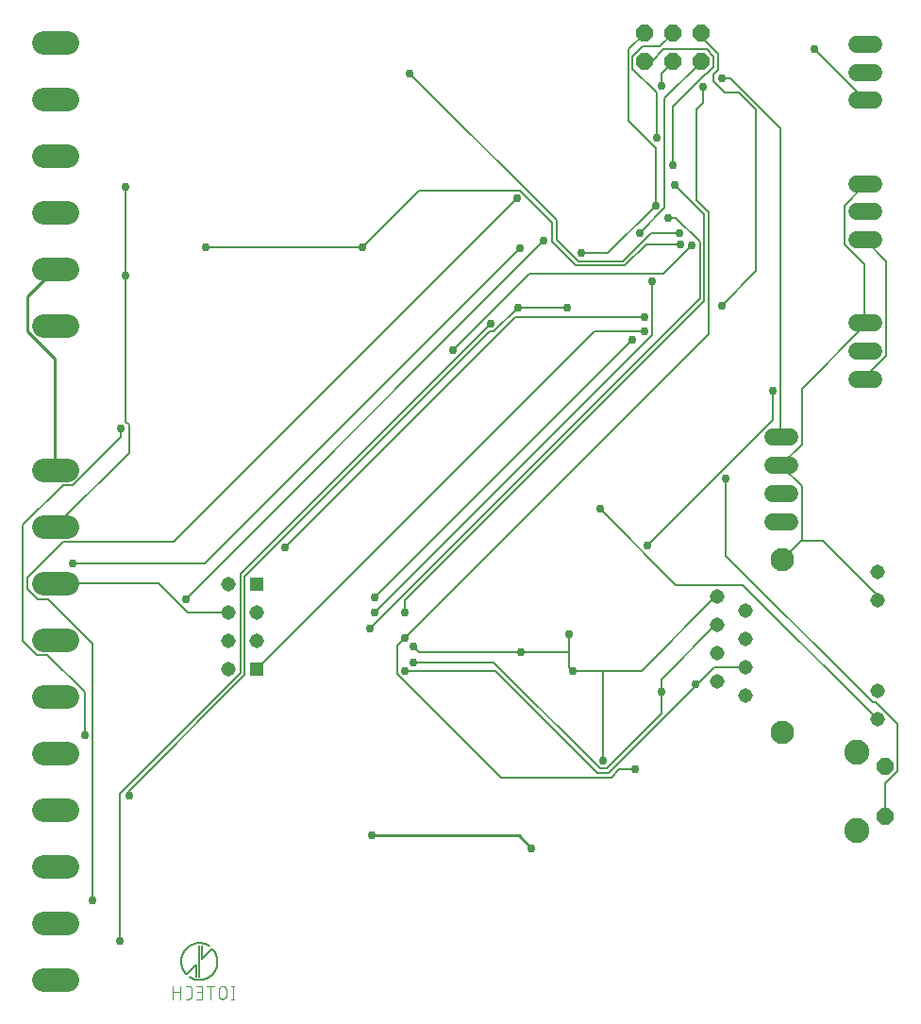
<source format=gbr>
G04 EAGLE Gerber RS-274X export*
G75*
%MOMM*%
%FSLAX34Y34*%
%LPD*%
%INBottom Copper*%
%IPPOS*%
%AMOC8*
5,1,8,0,0,1.08239X$1,22.5*%
G01*
%ADD10R,1.308000X1.308000*%
%ADD11C,1.308000*%
%ADD12C,2.095500*%
%ADD13C,2.100000*%
%ADD14C,1.524000*%
%ADD15C,0.127000*%
%ADD16C,0.101600*%
%ADD17P,1.649562X8X112.500000*%
%ADD18C,2.247900*%
%ADD19P,1.632244X8X22.500000*%
%ADD20C,0.254000*%
%ADD21C,0.756400*%
%ADD22C,0.203200*%


D10*
X251125Y418250D03*
X251125Y342050D03*
D11*
X251125Y392850D03*
X251125Y367450D03*
X225725Y367450D03*
X225725Y392850D03*
X225725Y418250D03*
X225725Y342050D03*
D12*
X81278Y904500D02*
X60323Y904500D01*
X60323Y853700D02*
X81278Y853700D01*
X81278Y650500D02*
X60323Y650500D01*
X60323Y802900D02*
X81278Y802900D01*
X81278Y752100D02*
X60323Y752100D01*
X60323Y701300D02*
X81278Y701300D01*
D13*
X722700Y285750D03*
X722700Y440650D03*
D11*
X808400Y429450D03*
X808400Y404050D03*
X808400Y322350D03*
X808400Y296950D03*
X664300Y407600D03*
X664300Y382200D03*
X664300Y356800D03*
X664300Y331400D03*
X689700Y395000D03*
X689700Y369600D03*
X689700Y344200D03*
X689700Y318800D03*
D14*
X714880Y550600D02*
X730120Y550600D01*
X730120Y525200D02*
X714880Y525200D01*
X714880Y499800D02*
X730120Y499800D01*
X730120Y474400D02*
X714880Y474400D01*
D15*
X200000Y93970D02*
X200000Y66030D01*
X197460Y66030D02*
X197460Y77460D01*
X188570Y68570D01*
X202540Y82540D02*
X211430Y91430D01*
X202540Y93970D02*
X202540Y82540D01*
X208890Y93971D02*
X208551Y94180D01*
X208207Y94381D01*
X207858Y94574D01*
X207505Y94758D01*
X207147Y94933D01*
X206785Y95100D01*
X206419Y95258D01*
X206049Y95407D01*
X205676Y95546D01*
X205299Y95677D01*
X204920Y95798D01*
X204537Y95911D01*
X204152Y96013D01*
X203765Y96107D01*
X203375Y96191D01*
X202984Y96265D01*
X202591Y96330D01*
X202196Y96385D01*
X201800Y96431D01*
X201403Y96467D01*
X201005Y96493D01*
X200607Y96510D01*
X200209Y96517D01*
X199810Y96514D01*
X199412Y96501D01*
X199014Y96479D01*
X198617Y96447D01*
X198220Y96406D01*
X197825Y96355D01*
X197431Y96294D01*
X197039Y96224D01*
X196649Y96144D01*
X196260Y96054D01*
X195874Y95955D01*
X195491Y95847D01*
X195110Y95730D01*
X194732Y95603D01*
X194357Y95467D01*
X193986Y95322D01*
X193618Y95168D01*
X193255Y95005D01*
X192895Y94833D01*
X192540Y94653D01*
X192189Y94464D01*
X191843Y94267D01*
X191501Y94061D01*
X191165Y93847D01*
X190835Y93624D01*
X190509Y93394D01*
X190190Y93156D01*
X189876Y92910D01*
X189568Y92657D01*
X189267Y92396D01*
X188972Y92128D01*
X188684Y91853D01*
X188402Y91571D01*
X188128Y91282D01*
X187860Y90986D01*
X187600Y90684D01*
X187347Y90376D01*
X187102Y90062D01*
X186865Y89742D01*
X186635Y89416D01*
X186414Y89085D01*
X186200Y88748D01*
X185995Y88407D01*
X185798Y88060D01*
X185610Y87709D01*
X185430Y87353D01*
X185259Y86993D01*
X185097Y86629D01*
X184944Y86261D01*
X184800Y85890D01*
X184665Y85515D01*
X184539Y85137D01*
X184422Y84756D01*
X184315Y84372D01*
X184217Y83985D01*
X184128Y83597D01*
X184049Y83206D01*
X183979Y82814D01*
X183920Y82420D01*
X183869Y82025D01*
X183828Y81628D01*
X183797Y81231D01*
X183776Y80833D01*
X183764Y80435D01*
X183762Y80036D01*
X183770Y79638D01*
X183788Y79239D01*
X183815Y78842D01*
X183852Y78445D01*
X183898Y78049D01*
X183954Y77655D01*
X184020Y77261D01*
X184095Y76870D01*
X184180Y76481D01*
X184274Y76093D01*
X184378Y75709D01*
X184491Y75326D01*
X184613Y74947D01*
X184744Y74571D01*
X184885Y74198D01*
X185035Y73829D01*
X185193Y73463D01*
X185361Y73101D01*
X185537Y72744D01*
X185722Y72391D01*
X185915Y72042D01*
X186117Y71699D01*
X186327Y71360D01*
X186545Y71027D01*
X186771Y70699D01*
X187006Y70376D01*
X187248Y70060D01*
X187497Y69749D01*
X187755Y69445D01*
X188019Y69146D01*
X188291Y68855D01*
X188570Y68570D01*
X191110Y66029D02*
X191449Y65820D01*
X191793Y65619D01*
X192142Y65426D01*
X192495Y65242D01*
X192853Y65067D01*
X193215Y64900D01*
X193581Y64742D01*
X193951Y64593D01*
X194324Y64454D01*
X194701Y64323D01*
X195080Y64202D01*
X195463Y64089D01*
X195848Y63987D01*
X196235Y63893D01*
X196625Y63809D01*
X197016Y63735D01*
X197409Y63670D01*
X197804Y63615D01*
X198200Y63569D01*
X198597Y63533D01*
X198995Y63507D01*
X199393Y63490D01*
X199791Y63483D01*
X200190Y63486D01*
X200588Y63499D01*
X200986Y63521D01*
X201383Y63553D01*
X201780Y63594D01*
X202175Y63645D01*
X202569Y63706D01*
X202961Y63776D01*
X203351Y63856D01*
X203740Y63946D01*
X204126Y64045D01*
X204509Y64153D01*
X204890Y64270D01*
X205268Y64397D01*
X205643Y64533D01*
X206014Y64678D01*
X206382Y64832D01*
X206745Y64995D01*
X207105Y65167D01*
X207460Y65347D01*
X207811Y65536D01*
X208157Y65733D01*
X208499Y65939D01*
X208835Y66153D01*
X209165Y66376D01*
X209491Y66606D01*
X209810Y66844D01*
X210124Y67090D01*
X210432Y67343D01*
X210733Y67604D01*
X211028Y67872D01*
X211316Y68147D01*
X211598Y68429D01*
X211872Y68718D01*
X212140Y69014D01*
X212400Y69316D01*
X212653Y69624D01*
X212898Y69938D01*
X213135Y70258D01*
X213365Y70584D01*
X213586Y70915D01*
X213800Y71252D01*
X214005Y71593D01*
X214202Y71940D01*
X214390Y72291D01*
X214570Y72647D01*
X214741Y73007D01*
X214903Y73371D01*
X215056Y73739D01*
X215200Y74110D01*
X215335Y74485D01*
X215461Y74863D01*
X215578Y75244D01*
X215685Y75628D01*
X215783Y76015D01*
X215872Y76403D01*
X215951Y76794D01*
X216021Y77186D01*
X216080Y77580D01*
X216131Y77975D01*
X216172Y78372D01*
X216203Y78769D01*
X216224Y79167D01*
X216236Y79565D01*
X216238Y79964D01*
X216230Y80362D01*
X216212Y80761D01*
X216185Y81158D01*
X216148Y81555D01*
X216102Y81951D01*
X216046Y82345D01*
X215980Y82739D01*
X215905Y83130D01*
X215820Y83519D01*
X215726Y83907D01*
X215622Y84291D01*
X215509Y84674D01*
X215387Y85053D01*
X215256Y85429D01*
X215115Y85802D01*
X214965Y86171D01*
X214807Y86537D01*
X214639Y86899D01*
X214463Y87256D01*
X214278Y87609D01*
X214085Y87958D01*
X213883Y88301D01*
X213673Y88640D01*
X213455Y88973D01*
X213229Y89301D01*
X212994Y89624D01*
X212752Y89940D01*
X212503Y90251D01*
X212245Y90555D01*
X211981Y90854D01*
X211709Y91145D01*
X211430Y91430D01*
D16*
X229944Y57902D02*
X229944Y46218D01*
X231242Y46218D02*
X228646Y46218D01*
X228646Y57902D02*
X231242Y57902D01*
X224045Y54656D02*
X224045Y49464D01*
X224046Y54656D02*
X224044Y54769D01*
X224038Y54882D01*
X224028Y54995D01*
X224014Y55108D01*
X223997Y55220D01*
X223975Y55331D01*
X223950Y55441D01*
X223920Y55551D01*
X223887Y55659D01*
X223850Y55766D01*
X223810Y55872D01*
X223765Y55976D01*
X223717Y56079D01*
X223666Y56180D01*
X223611Y56279D01*
X223553Y56376D01*
X223491Y56471D01*
X223426Y56564D01*
X223358Y56654D01*
X223287Y56742D01*
X223212Y56828D01*
X223135Y56911D01*
X223055Y56991D01*
X222972Y57068D01*
X222886Y57143D01*
X222798Y57214D01*
X222708Y57282D01*
X222615Y57347D01*
X222520Y57409D01*
X222423Y57467D01*
X222324Y57522D01*
X222223Y57573D01*
X222120Y57621D01*
X222016Y57666D01*
X221910Y57706D01*
X221803Y57743D01*
X221695Y57776D01*
X221585Y57806D01*
X221475Y57831D01*
X221364Y57853D01*
X221252Y57870D01*
X221139Y57884D01*
X221026Y57894D01*
X220913Y57900D01*
X220800Y57902D01*
X220687Y57900D01*
X220574Y57894D01*
X220461Y57884D01*
X220348Y57870D01*
X220236Y57853D01*
X220125Y57831D01*
X220015Y57806D01*
X219905Y57776D01*
X219797Y57743D01*
X219690Y57706D01*
X219584Y57666D01*
X219480Y57621D01*
X219377Y57573D01*
X219276Y57522D01*
X219177Y57467D01*
X219080Y57409D01*
X218985Y57347D01*
X218892Y57282D01*
X218802Y57214D01*
X218714Y57143D01*
X218628Y57068D01*
X218545Y56991D01*
X218465Y56911D01*
X218388Y56828D01*
X218313Y56742D01*
X218242Y56654D01*
X218174Y56564D01*
X218109Y56471D01*
X218047Y56376D01*
X217989Y56279D01*
X217934Y56180D01*
X217883Y56079D01*
X217835Y55976D01*
X217790Y55872D01*
X217750Y55766D01*
X217713Y55659D01*
X217680Y55551D01*
X217650Y55441D01*
X217625Y55331D01*
X217603Y55220D01*
X217586Y55108D01*
X217572Y54995D01*
X217562Y54882D01*
X217556Y54769D01*
X217554Y54656D01*
X217554Y49464D01*
X217556Y49351D01*
X217562Y49238D01*
X217572Y49125D01*
X217586Y49012D01*
X217603Y48900D01*
X217625Y48789D01*
X217650Y48679D01*
X217680Y48569D01*
X217713Y48461D01*
X217750Y48354D01*
X217790Y48248D01*
X217835Y48144D01*
X217883Y48041D01*
X217934Y47940D01*
X217989Y47841D01*
X218047Y47744D01*
X218109Y47649D01*
X218174Y47556D01*
X218242Y47466D01*
X218313Y47378D01*
X218388Y47292D01*
X218465Y47209D01*
X218545Y47129D01*
X218628Y47052D01*
X218714Y46977D01*
X218802Y46906D01*
X218892Y46838D01*
X218985Y46773D01*
X219080Y46711D01*
X219177Y46653D01*
X219276Y46598D01*
X219377Y46547D01*
X219480Y46499D01*
X219584Y46454D01*
X219690Y46414D01*
X219797Y46377D01*
X219905Y46344D01*
X220015Y46314D01*
X220125Y46289D01*
X220236Y46267D01*
X220348Y46250D01*
X220461Y46236D01*
X220574Y46226D01*
X220687Y46220D01*
X220800Y46218D01*
X220913Y46220D01*
X221026Y46226D01*
X221139Y46236D01*
X221252Y46250D01*
X221364Y46267D01*
X221475Y46289D01*
X221585Y46314D01*
X221695Y46344D01*
X221803Y46377D01*
X221910Y46414D01*
X222016Y46454D01*
X222120Y46499D01*
X222223Y46547D01*
X222324Y46598D01*
X222423Y46653D01*
X222520Y46711D01*
X222615Y46773D01*
X222708Y46838D01*
X222798Y46906D01*
X222886Y46977D01*
X222972Y47052D01*
X223055Y47129D01*
X223135Y47209D01*
X223212Y47292D01*
X223287Y47378D01*
X223358Y47466D01*
X223426Y47556D01*
X223491Y47649D01*
X223553Y47744D01*
X223611Y47841D01*
X223666Y47940D01*
X223717Y48041D01*
X223765Y48144D01*
X223810Y48248D01*
X223850Y48354D01*
X223887Y48461D01*
X223920Y48569D01*
X223950Y48679D01*
X223975Y48789D01*
X223997Y48900D01*
X224014Y49012D01*
X224028Y49125D01*
X224038Y49238D01*
X224044Y49351D01*
X224046Y49464D01*
X210132Y46218D02*
X210132Y57902D01*
X213377Y57902D02*
X206886Y57902D01*
X202306Y46218D02*
X197113Y46218D01*
X202306Y46218D02*
X202306Y57902D01*
X197113Y57902D01*
X198411Y52709D02*
X202306Y52709D01*
X190240Y46218D02*
X187644Y46218D01*
X190240Y46218D02*
X190339Y46220D01*
X190439Y46226D01*
X190538Y46235D01*
X190636Y46248D01*
X190734Y46265D01*
X190832Y46286D01*
X190928Y46311D01*
X191023Y46339D01*
X191117Y46371D01*
X191210Y46406D01*
X191302Y46445D01*
X191392Y46488D01*
X191480Y46533D01*
X191567Y46583D01*
X191651Y46635D01*
X191734Y46691D01*
X191814Y46749D01*
X191892Y46811D01*
X191967Y46876D01*
X192040Y46944D01*
X192110Y47014D01*
X192178Y47087D01*
X192243Y47162D01*
X192305Y47240D01*
X192363Y47320D01*
X192419Y47403D01*
X192471Y47487D01*
X192521Y47574D01*
X192566Y47662D01*
X192609Y47752D01*
X192648Y47844D01*
X192683Y47937D01*
X192715Y48031D01*
X192743Y48126D01*
X192768Y48222D01*
X192789Y48320D01*
X192806Y48418D01*
X192819Y48516D01*
X192828Y48615D01*
X192834Y48715D01*
X192836Y48814D01*
X192837Y48814D02*
X192837Y55306D01*
X192836Y55306D02*
X192834Y55405D01*
X192828Y55505D01*
X192819Y55604D01*
X192806Y55702D01*
X192789Y55800D01*
X192768Y55898D01*
X192743Y55994D01*
X192715Y56089D01*
X192683Y56183D01*
X192648Y56276D01*
X192609Y56368D01*
X192566Y56458D01*
X192521Y56546D01*
X192471Y56633D01*
X192419Y56717D01*
X192363Y56800D01*
X192305Y56880D01*
X192243Y56958D01*
X192178Y57033D01*
X192110Y57106D01*
X192040Y57176D01*
X191967Y57244D01*
X191892Y57309D01*
X191814Y57371D01*
X191734Y57429D01*
X191651Y57485D01*
X191567Y57537D01*
X191480Y57587D01*
X191392Y57632D01*
X191302Y57675D01*
X191210Y57714D01*
X191117Y57749D01*
X191023Y57781D01*
X190928Y57809D01*
X190832Y57834D01*
X190734Y57855D01*
X190636Y57872D01*
X190538Y57885D01*
X190439Y57894D01*
X190339Y57900D01*
X190240Y57902D01*
X187644Y57902D01*
X182897Y57902D02*
X182897Y46218D01*
X182897Y52709D02*
X176406Y52709D01*
X176406Y57902D02*
X176406Y46218D01*
D17*
X814946Y209894D03*
X814946Y255106D03*
D18*
X790054Y197448D03*
X790054Y267552D03*
D14*
X789880Y652500D02*
X805120Y652500D01*
X805120Y627500D02*
X789880Y627500D01*
X789880Y602500D02*
X805120Y602500D01*
X805120Y777500D02*
X789880Y777500D01*
X789880Y752500D02*
X805120Y752500D01*
X805120Y727500D02*
X789880Y727500D01*
X789880Y902500D02*
X805120Y902500D01*
X805120Y877500D02*
X789880Y877500D01*
X789880Y852500D02*
X805120Y852500D01*
D12*
X81278Y521100D02*
X60323Y521100D01*
X60323Y470300D02*
X81278Y470300D01*
X81278Y63900D02*
X60323Y63900D01*
X60323Y419500D02*
X81278Y419500D01*
X81278Y368700D02*
X60323Y368700D01*
X60323Y114700D02*
X81278Y114700D01*
X81278Y317900D02*
X60323Y317900D01*
X60323Y267100D02*
X81278Y267100D01*
X81278Y165500D02*
X60323Y165500D01*
X60323Y216300D02*
X81278Y216300D01*
D19*
X599600Y887300D03*
X599600Y912700D03*
X625000Y887300D03*
X625000Y912700D03*
X650400Y887300D03*
X650400Y912700D03*
D20*
X486779Y192875D02*
X355134Y192875D01*
X486779Y192875D02*
X498004Y181649D01*
X70415Y521476D02*
X70415Y620464D01*
X45923Y644956D01*
X45923Y676592D01*
X70415Y701084D01*
X70415Y521476D02*
X70800Y521100D01*
X70415Y701084D02*
X70800Y701300D01*
D21*
X355134Y192875D03*
X498004Y181649D03*
D22*
X562296Y340847D02*
X596993Y340847D01*
X562296Y340847D02*
X534742Y340847D01*
X596993Y340847D02*
X663325Y407180D01*
X664300Y407600D01*
X531681Y357175D02*
X531681Y343909D01*
X531681Y357175D02*
X531681Y373503D01*
X531681Y343909D02*
X534742Y340847D01*
X531681Y357175D02*
X488820Y357175D01*
X562296Y340847D02*
X562296Y260228D01*
X797011Y653120D02*
X797011Y705166D01*
X778642Y723535D01*
X778642Y758232D01*
X797011Y776601D01*
X797011Y653120D02*
X797500Y652500D01*
X797011Y776601D02*
X797500Y777500D01*
X722514Y524537D02*
X740883Y506168D01*
X740883Y458205D01*
X740373Y457694D02*
X723535Y440856D01*
X740373Y457694D02*
X740883Y458205D01*
X722514Y524537D02*
X722500Y525200D01*
X723535Y440856D02*
X722700Y440650D01*
X808236Y408200D02*
X808236Y404118D01*
X808236Y408200D02*
X759252Y457184D01*
X740883Y457184D01*
X808236Y404118D02*
X808400Y404050D01*
X740883Y457184D02*
X740373Y457694D01*
X797011Y650059D02*
X797011Y652100D01*
X797011Y650059D02*
X740883Y593931D01*
X740883Y543927D01*
X722514Y525558D01*
X797011Y652100D02*
X797500Y652500D01*
X722514Y525558D02*
X722500Y525200D01*
X133686Y694961D02*
X133686Y774560D01*
X133686Y694961D02*
X133686Y564337D01*
X136747Y561275D01*
X136747Y535763D01*
X71435Y470451D01*
X70800Y470300D01*
X396975Y357175D02*
X488820Y357175D01*
X396975Y357175D02*
X391872Y362278D01*
D21*
X534742Y340847D03*
X531681Y373503D03*
X488820Y357175D03*
X562296Y260228D03*
X133686Y774560D03*
X133686Y694961D03*
X391872Y362278D03*
D22*
X624546Y793949D02*
X624546Y847015D01*
X654141Y876610D01*
X655161Y876610D01*
X661284Y882733D01*
X661284Y891917D01*
X655161Y898040D01*
X616382Y898040D01*
X606177Y887835D01*
X600054Y887835D01*
X599600Y887300D01*
X606177Y641895D02*
X357175Y392893D01*
X606177Y641895D02*
X606177Y689858D01*
D21*
X624546Y793949D03*
X357175Y392893D03*
X606177Y689858D03*
D22*
X509230Y726596D02*
X187772Y405139D01*
D21*
X509230Y726596D03*
X187772Y405139D03*
D22*
X357175Y406159D02*
X588829Y637813D01*
D21*
X588829Y637813D03*
X357175Y406159D03*
D22*
X483717Y658223D02*
X599034Y658223D01*
X483717Y658223D02*
X276556Y451061D01*
D21*
X599034Y658223D03*
X276556Y451061D03*
D22*
X554132Y644956D02*
X599034Y644956D01*
X554132Y644956D02*
X252064Y342888D01*
X251125Y342050D01*
D21*
X599034Y644956D03*
D22*
X616382Y697002D02*
X641895Y722514D01*
X616382Y697002D02*
X495963Y697002D01*
X427590Y628628D01*
D21*
X641895Y722514D03*
X427590Y628628D03*
D22*
X345950Y720473D02*
X206141Y720473D01*
X601075Y723535D02*
X631690Y723535D01*
X601075Y723535D02*
X581685Y704145D01*
X537804Y704145D01*
X516373Y725576D01*
X516373Y742924D01*
X487799Y771498D01*
X396975Y771498D01*
X345950Y720473D01*
D21*
X206141Y720473D03*
X345950Y720473D03*
X631690Y723535D03*
D22*
X614341Y865384D02*
X614341Y876610D01*
X624546Y886815D01*
X625000Y887300D01*
X590870Y252064D02*
X576583Y252064D01*
X569439Y244920D01*
X470451Y244920D01*
X377585Y337786D01*
X377585Y363298D01*
X384729Y370442D01*
X652100Y850077D02*
X652100Y864364D01*
X652100Y850077D02*
X645977Y843954D01*
X645977Y763334D01*
X657202Y752109D01*
X657202Y642915D01*
X384729Y370442D01*
D21*
X614341Y865384D03*
X590870Y252064D03*
X384729Y370442D03*
X652100Y864364D03*
D22*
X610259Y859261D02*
X610259Y818441D01*
X610259Y859261D02*
X588829Y880692D01*
X588829Y891917D01*
X598013Y901102D01*
X613321Y901102D01*
X624546Y912327D01*
X625000Y912700D01*
X384729Y404118D02*
X384729Y392893D01*
X384729Y404118D02*
X653120Y672510D01*
X653120Y750068D01*
X626587Y776601D01*
D21*
X610259Y818441D03*
X384729Y392893D03*
X626587Y776601D03*
D22*
X627608Y747006D02*
X620464Y747006D01*
X627608Y747006D02*
X649038Y725576D01*
X649038Y674551D01*
X353093Y378606D01*
D21*
X620464Y747006D03*
X353093Y378606D03*
D22*
X605157Y733740D02*
X630669Y733740D01*
X605157Y733740D02*
X579644Y708227D01*
X539845Y708227D01*
X520455Y727617D01*
X520455Y744965D01*
X388811Y876610D01*
D21*
X630669Y733740D03*
X388811Y876610D03*
D22*
X96948Y321458D02*
X96948Y282679D01*
X96948Y321458D02*
X63271Y355134D01*
X54087Y355134D01*
X41841Y367380D01*
X41841Y471471D01*
X77558Y507189D01*
X86743Y507189D01*
X129604Y550050D01*
X129604Y558214D01*
D21*
X96948Y282679D03*
X129604Y558214D03*
D22*
X86743Y436774D02*
X205121Y436774D01*
X487799Y719453D01*
D21*
X86743Y436774D03*
X487799Y719453D03*
D22*
X798031Y605157D02*
X798031Y603116D01*
X798031Y605157D02*
X816400Y623526D01*
X816400Y708227D01*
X798031Y726596D01*
X798031Y603116D02*
X797500Y602500D01*
X798031Y726596D02*
X797500Y727500D01*
X797011Y853138D02*
X752109Y898040D01*
X797011Y853138D02*
X797500Y852500D01*
X163280Y419426D02*
X71435Y419426D01*
X163280Y419426D02*
X189813Y392893D01*
X225531Y392893D01*
X71435Y419426D02*
X70800Y419500D01*
X225531Y392893D02*
X225725Y392850D01*
X714350Y565357D02*
X714350Y591890D01*
X714350Y565357D02*
X602095Y453102D01*
D21*
X752109Y898040D03*
X714350Y591890D03*
X602095Y453102D03*
D22*
X627608Y417385D02*
X559234Y485758D01*
X627608Y417385D02*
X687817Y417385D01*
X808236Y296966D01*
X808400Y296950D01*
D21*
X559234Y485758D03*
D22*
X614341Y332683D02*
X614341Y321458D01*
X614341Y332683D02*
X663325Y381667D01*
X664300Y382200D01*
X464328Y347991D02*
X391872Y347991D01*
X464328Y347991D02*
X559234Y253084D01*
X565357Y253084D01*
X614341Y302068D01*
X614341Y321458D01*
D21*
X614341Y321458D03*
X391872Y347991D03*
D22*
X646997Y328601D02*
X662305Y343909D01*
X688838Y343909D01*
X689700Y344200D01*
X465348Y340847D02*
X384729Y340847D01*
X465348Y340847D02*
X557193Y249002D01*
X567398Y249002D01*
X646997Y328601D01*
X644956Y328601D01*
D21*
X644956Y328601D03*
X384729Y340847D03*
D22*
X594952Y733740D02*
X617403Y756191D01*
X617403Y854159D01*
X650059Y886815D01*
X650400Y887300D01*
X815380Y239818D02*
X815380Y210223D01*
X815380Y239818D02*
X826605Y251043D01*
X826605Y292884D01*
X807216Y312273D01*
X804154Y312273D01*
X672510Y443918D01*
X672510Y513312D01*
X815380Y210223D02*
X814946Y209894D01*
D21*
X594952Y733740D03*
X672510Y513312D03*
D22*
X136747Y232674D02*
X136747Y228592D01*
X136747Y232674D02*
X240838Y336765D01*
X240838Y425549D01*
X460246Y644956D01*
X464328Y644956D01*
X485758Y666387D01*
X529640Y666387D01*
D21*
X136747Y228592D03*
X485758Y666387D03*
X529640Y666387D03*
D22*
X668428Y872528D02*
X676592Y872528D01*
X721494Y827626D01*
X721494Y551070D01*
X722500Y550600D01*
D21*
X668428Y872528D03*
D22*
X104091Y365339D02*
X104091Y134706D01*
X104091Y365339D02*
X64292Y405139D01*
X55107Y405139D01*
X45923Y414323D01*
X45923Y424528D01*
X77558Y456164D01*
X176547Y456164D01*
X484738Y764355D01*
D21*
X104091Y134706D03*
X484738Y764355D03*
D22*
X128583Y230633D02*
X128583Y97968D01*
X128583Y230633D02*
X236756Y338806D01*
X236756Y427590D01*
X461266Y652100D01*
D21*
X128583Y97968D03*
X461266Y652100D03*
D22*
X609239Y758232D02*
X609239Y809257D01*
X584747Y833749D01*
X584747Y898040D01*
X599034Y912327D01*
X599600Y912700D01*
X566378Y715371D02*
X542906Y715371D01*
X566378Y715371D02*
X609239Y758232D01*
D21*
X609239Y758232D03*
X542906Y715371D03*
D22*
X651079Y908245D02*
X651079Y912327D01*
X651079Y908245D02*
X665366Y893958D01*
X665366Y879671D01*
X661284Y875589D01*
X661284Y869466D01*
X671489Y859261D01*
X683735Y859261D01*
X699043Y843954D01*
X699043Y699043D01*
X668428Y668428D01*
X651079Y912327D02*
X650400Y912700D01*
D21*
X668428Y668428D03*
M02*

</source>
